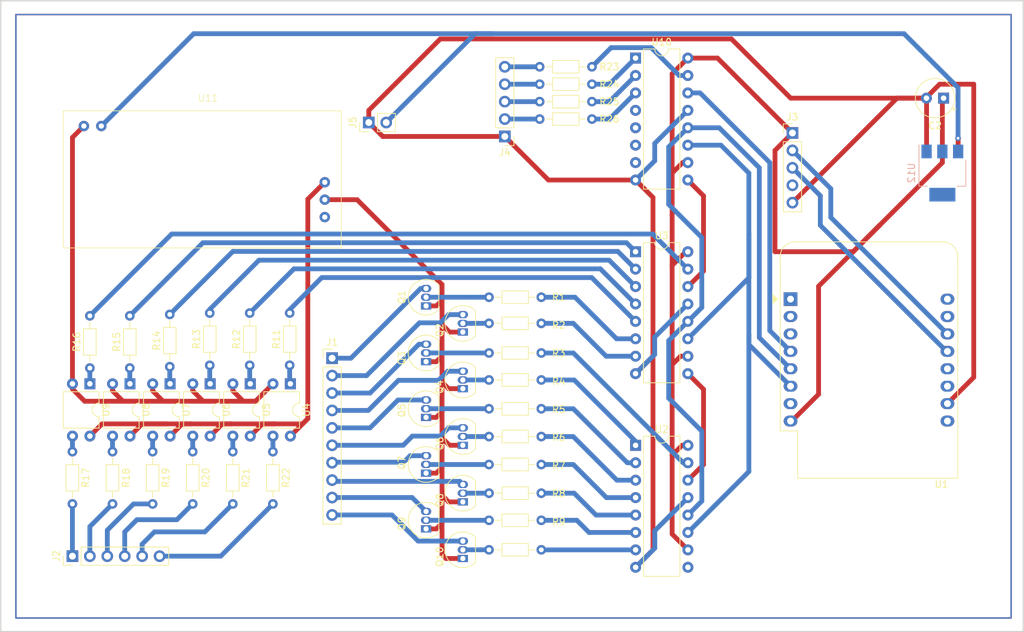
<source format=kicad_pcb>
(kicad_pcb (version 20221018) (generator pcbnew)
  (layers (0 "F.Cu" signal) (31 "B.Cu" signal) (34 "B.Paste" user) (35 "F.Paste" user) (36 "B.SilkS" user "B.Silkscreen") (37 "F.SilkS" user "F.Silkscreen") (38 "B.Mask" user) (39 "F.Mask" user) (44 "Edge.Cuts" user))
  (net 0 "")
  (net 1 "CAT_0")
  (net 2 "CAT_1")
  (net 3 "CAT_2")
  (net 4 "CAT_3")
  (net 5 "CAT_4")
  (net 6 "CAT_5")
  (net 7 "CAT_6")
  (net 8 "CAT_7")
  (net 9 "CAT_8")
  (net 10 "CAT_9")
  (net 11 "AND_0")
  (net 12 "AND_1")
  (net 13 "AND_2")
  (net 14 "AND_3")
  (net 15 "AND_4")
  (net 16 "AND_5")
  (net 17 "GND_CAT")
  (net 18 "CATHODE_0")
  (net 19 "CATHODE_1")
  (net 20 "CATHODE_2")
  (net 21 "CATHODE_3")
  (net 22 "CATHODE_4")
  (net 23 "CATHODE_5")
  (net 24 "CATHODE_6")
  (net 25 "CATHODE_7")
  (net 26 "CATHODE_8")
  (net 27 "CATHODE_9")
  (net 28 "GND")
  (net 29 "ANODE_5")
  (net 30 "ANODE_4")
  (net 31 "ANODE_3")
  (net 32 "ANODE_2")
  (net 33 "ANODE_1")
  (net 34 "ANODE_0")
  (net 35 "HV_ANODE")
  (net 38 "CLOCK")
  (net 39 "Net-(J2-Pin_1)")
  (net 40 "Net-(J2-Pin_2)")
  (net 41 "Net-(J2-Pin_3)")
  (net 43 "Net-(J2-Pin_4)")
  (net 44 "VCC")
  (net 47 "SDA")
  (net 48 "DATA")
  (net 51 "U2_DATA_OUT")
  (net 52 "Net-(J4-Pin_2)")
  (net 53 "Net-(J2-Pin_5)")
  (net 54 "U3_DATA_OUT")
  (net 55 "Net-(J4-Pin_3)")
  (net 56 "Net-(J2-Pin_6)")
  (net 57 "COLON_1")
  (net 58 "COLON_2")
  (net 59 "COLON_4")
  (net 60 "UNIO_0")
  (net 61 "UNIO_1")
  (net 62 "UNIO_2")
  (net 63 "UNIO_3")
  (net 64 "Net-(Q1-B)")
  (net 65 "Net-(Q2-B)")
  (net 66 "Net-(Q3-B)")
  (net 67 "COLON_0")
  (net 68 "Net-(Q4-B)")
  (net 69 "Net-(Q5-B)")
  (net 70 "Net-(Q6-B)")
  (net 71 "Net-(Q7-B)")
  (net 72 "Net-(Q8-B)")
  (net 73 "Net-(Q9-B)")
  (net 74 "Net-(Q10-B)")
  (net 75 "Net-(R11-Pad1)")
  (net 76 "Net-(R12-Pad1)")
  (net 77 "Net-(R13-Pad1)")
  (net 78 "Net-(R14-Pad1)")
  (net 79 "Net-(R15-Pad1)")
  (net 80 "Net-(R16-Pad1)")
  (net 82 "LATCH")
  (net 83 "3V3")
  (net 85 "SCL")
  (net 87 "Net-(J4-Pin_4)")
  (net 90 "Net-(J4-Pin_5)")
  (footprint "Resistor_THT:R_Axial_DIN0204_L3.6mm_D1.6mm_P7.62mm_Horizontal" (layer "F.Cu") (at 169.15 111.07)
    (fp_text reference "R10" hide)
    (fp_text value "10K")
  )
  (footprint "Package_TO_SOT_THT:TO-92_Inline" (layer "F.Cu") (at 159.980356 91.766 90)
    (fp_text reference "Q5")
    (fp_text value "MPSA42")
  )
  (footprint "Package_TO_SOT_THT:TO-92_Inline" (layer "F.Cu") (at 159.980356 108.022 90)
    (fp_text reference "Q9")
    (fp_text value "MPSA42")
  )
  (footprint "Connector_PinHeader_2.54mm:PinHeader_1x02_P2.54mm_Vertical" (layer "F.Cu") (at 151.633 48.768 90)
    (fp_text reference "J5")
    (fp_text value "Conn_01x02")
  )
  (footprint "Package_DIP:DIP-4_W7.62mm" (layer "F.Cu") (at 110.998 86.868 -90)
    (fp_text reference "U9")
    (fp_text value "TLP627")
  )
  (footprint "Resistor_THT:R_Axial_DIN0204_L3.6mm_D1.6mm_P7.62mm_Horizontal" (layer "F.Cu") (at 169.15 74.24)
    (fp_text reference "R1")
    (fp_text value "10K")
  )
  (footprint "Package_TO_SOT_THT:TO-92_Inline" (layer "F.Cu") (at 159.980356 83.638 90)
    (fp_text reference "Q3")
    (fp_text value "MPSA42")
  )
  (footprint "Resistor_THT:R_Axial_DIN0204_L3.6mm_D1.6mm_P7.62mm_Horizontal" (layer "F.Cu") (at 131.821 96.764 -90)
    (fp_text reference "R21")
    (fp_text value "R")
  )
  (footprint "Capacitor_THT:CP_Radial_Tantal_D5.5mm_P2.50mm" (layer "F.Cu") (at 235.384369 45.212 180)
    (fp_text reference "C2")
    (fp_text value "C_Polarized")
  )
  (footprint "Resistor_THT:R_Axial_DIN0204_L3.6mm_D1.6mm_P7.62mm_Horizontal" (layer "F.Cu") (at 137.663 96.764 -90)
    (fp_text reference "R22")
    (fp_text value "R")
  )
  (footprint "Package_TO_SOT_THT:TO-92_Inline" (layer "F.Cu") (at 159.980356 99.894 90)
    (fp_text reference "Q7")
    (fp_text value "MPSA42")
  )
  (footprint "Module:WEMOS_D1_mini_light" (layer "F.Cu") (at 213.083 74.515)
    (fp_text reference "U1")
    (fp_text value "WeMos_D1_mini")
  )
  (footprint "Resistor_THT:R_Axial_DIN0204_L3.6mm_D1.6mm_P7.62mm_Horizontal" (layer "F.Cu") (at 169.15 90.504894)
    (fp_text reference "R5")
    (fp_text value "10K")
  )
  (footprint "Resistor_THT:R_Axial_DIN0204_L3.6mm_D1.6mm_P7.62mm_Horizontal" (layer "F.Cu") (at 169.15 106.769789)
    (fp_text reference "R9")
    (fp_text value "10K")
  )
  (footprint "Package_TO_SOT_THT:TO-92_Inline" (layer "F.Cu") (at 165.34 87.575 90)
    (fp_text reference "Q4")
    (fp_text value "MPSA42")
  )
  (footprint "Package_TO_SOT_THT:TO-92_Inline" (layer "F.Cu") (at 165.34 112.34 90)
    (fp_text reference "Q10")
    (fp_text value "MPSA42")
  )
  (footprint "Resistor_THT:R_Axial_DIN0204_L3.6mm_D1.6mm_P7.62mm_Horizontal" (layer "F.Cu") (at 125.979 96.764 -90)
    (fp_text reference "R20")
    (fp_text value "R")
  )
  (footprint "Package_TO_SOT_THT:TO-92_Inline" (layer "F.Cu") (at 165.34 79.32 90)
    (fp_text reference "Q2")
    (fp_text value "MPSA42")
  )
  (footprint "Package_DIP:DIP-4_W7.62mm" (layer "F.Cu") (at 134.366 86.868 -90)
    (fp_text reference "U5")
    (fp_text value "TLP627")
  )
  (footprint "Package_DIP:DIP-4_W7.62mm" (layer "F.Cu") (at 128.524 86.868 -90)
    (fp_text reference "U6")
    (fp_text value "TLP627")
  )
  (footprint "Resistor_THT:R_Axial_DIN0204_L3.6mm_D1.6mm_P7.62mm_Horizontal" (layer "F.Cu") (at 169.15 82.372447)
    (fp_text reference "R3")
    (fp_text value "10K")
  )
  (footprint "Resistor_THT:R_Axial_DIN0204_L3.6mm_D1.6mm_P7.62mm_Horizontal" (layer "F.Cu") (at 184.15 43.18 180)
    (fp_text reference "R24")
    (fp_text value "R")
  )
  (footprint "Connector_PinHeader_2.54mm:PinHeader_1x05_P2.54mm_Vertical" (layer "F.Cu") (at 171.45 50.8 180)
    (fp_text reference "J4")
    (fp_text value "Conn_01x05")
  )
  (footprint "Connector_PinHeader_2.54mm:PinHeader_1x10_P2.54mm_Vertical" (layer "F.Cu") (at 146.29 83.13)
    (fp_text reference "J1")
    (fp_text value "Nixie_CATHODES")
  )
  (footprint "Resistor_THT:R_Axial_DIN0204_L3.6mm_D1.6mm_P7.62mm_Horizontal" (layer "F.Cu") (at 116.812 84.572 90)
    (fp_text reference "R15")
    (fp_text value "R")
  )
  (footprint "knihovna_digitrony:HV_Supply" (layer "F.Cu") (at 107.123 67.056)
    (fp_text reference "U11")
    (fp_text value "~")
  )
  (footprint "Package_DIP:DIP-4_W7.62mm" (layer "F.Cu") (at 140.208 86.868 -90)
    (fp_text reference "U4")
    (fp_text value "TLP627")
  )
  (footprint "Package_DIP:DIP-4_W7.62mm" (layer "F.Cu") (at 122.682 86.868 -90)
    (fp_text reference "U7")
    (fp_text value "TLP627")
  )
  (footprint "Resistor_THT:R_Axial_DIN0204_L3.6mm_D1.6mm_P7.62mm_Horizontal" (layer "F.Cu") (at 128.46 84.172 90)
    (fp_text reference "R13")
    (fp_text value "R")
  )
  (footprint "Resistor_THT:R_Axial_DIN0204_L3.6mm_D1.6mm_P7.62mm_Horizontal" (layer "F.Cu") (at 110.993 84.572 90)
    (fp_text reference "R16")
    (fp_text value "R")
  )
  (footprint "Resistor_THT:R_Axial_DIN0204_L3.6mm_D1.6mm_P7.62mm_Horizontal" (layer "F.Cu") (at 169.15 102.815)
    (fp_text reference "R8")
    (fp_text value "10K")
  )
  (footprint "Resistor_THT:R_Axial_DIN0204_L3.6mm_D1.6mm_P7.62mm_Horizontal" (layer "F.Cu") (at 114.295 96.764 -90)
    (fp_text reference "R18")
    (fp_text value "R")
  )
  (footprint "Resistor_THT:R_Axial_DIN0204_L3.6mm_D1.6mm_P7.62mm_Horizontal" (layer "F.Cu") (at 184.15 48.26 180)
    (fp_text reference "R26")
    (fp_text value "R")
  )
  (footprint "Package_DIP:DIP-16_W7.62mm" (layer "F.Cu") (at 190.51 95.84)
    (fp_text reference "U2")
    (fp_text value "74HC595")
  )
  (footprint "Resistor_THT:R_Axial_DIN0204_L3.6mm_D1.6mm_P7.62mm_Horizontal" (layer "F.Cu") (at 169.15 94.56)
    (fp_text reference "R6")
    (fp_text value "10K")
  )
  (footprint "Resistor_THT:R_Axial_DIN0204_L3.6mm_D1.6mm_P7.62mm_Horizontal" (layer "F.Cu") (at 108.453 96.764 -90)
    (fp_text reference "R17")
    (fp_text value "R")
  )
  (footprint "Package_TO_SOT_THT:TO-92_Inline" (layer "F.Cu") (at 165.34 95.83 90)
    (fp_text reference "Q6")
    (fp_text value "MPSA42")
  )
  (footprint "Resistor_THT:R_Axial_DIN0204_L3.6mm_D1.6mm_P7.62mm_Horizontal" (layer "F.Cu") (at 184.15 45.72 180)
    (fp_text reference "R25")
    (fp_text value "R")
  )
  (footprint "Resistor_THT:R_Axial_DIN0204_L3.6mm_D1.6mm_P7.62mm_Horizontal" (layer "F.Cu") (at 169.15 78.05)
    (fp_text reference "R2")
    (fp_text value "10K")
  )
  (footprint "Package_TO_SOT_THT:TO-92_Inline" (layer "F.Cu") (at 165.34 104.085 90)
    (fp_text reference "Q8")
    (fp_text value "MPSA42")
  )
  (footprint "Package_DIP:DIP-16_W7.62mm" (layer "F.Cu") (at 190.5 67.605)
    (fp_text reference "U3")
    (fp_text value "74HC595")
  )
  (footprint "Resistor_THT:R_Axial_DIN0204_L3.6mm_D1.6mm_P7.62mm_Horizontal" (layer "F.Cu") (at 122.636 84.372 90)
    (fp_text reference "R14")
    (fp_text value "R")
  )
  (footprint "Resistor_THT:R_Axial_DIN0204_L3.6mm_D1.6mm_P7.62mm_Horizontal" (layer "F.Cu") (at 140.108 84.162 90)
    (fp_text reference "R11")
    (fp_text value "R")
  )
  (footprint "Connector_PinHeader_2.54mm:PinHeader_1x06_P2.54mm_Vertical" (layer "F.Cu") (at 108.453 112 90)
    (fp_text reference "J2")
    (fp_text value "Nixie_ANODES")
  )
  (footprint "Package_DIP:DIP-4_W7.62mm" (layer "F.Cu") (at 116.84 86.868 -90)
    (fp_text reference "U8")
    (fp_text value "TLP627")
  )
  (footprint "Resistor_THT:R_Axial_DIN0204_L3.6mm_D1.6mm_P7.62mm_Horizontal" (layer "F.Cu") (at 184.15 40.64 180)
    (fp_text reference "R23")
    (fp_text value "R")
  )
  (footprint "Resistor_THT:R_Axial_DIN0204_L3.6mm_D1.6mm_P7.62mm_Horizontal" (layer "F.Cu") (at 169.15 86.305)
    (fp_text reference "R4")
    (fp_text value "10K")
  )
  (footprint "Resistor_THT:R_Axial_DIN0204_L3.6mm_D1.6mm_P7.62mm_Horizontal" (layer "F.Cu") (at 134.284 84.172 90)
    (fp_text reference "R12")
    (fp_text value "R")
  )
  (footprint "Connector_PinHeader_2.54mm:PinHeader_1x05_P2.54mm_Vertical" (layer "F.Cu") (at 213.36 50.292)
    (fp_text reference "J3")
    (fp_text value "Conn_01x05")
  )
  (footprint "Resistor_THT:R_Axial_DIN0204_L3.6mm_D1.6mm_P7.62mm_Horizontal" (layer "F.Cu") (at 120.137 96.764 -90)
    (fp_text reference "R19")
    (fp_text value "R")
  )
  (footprint "Resistor_THT:R_Axial_DIN0204_L3.6mm_D1.6mm_P7.62mm_Horizontal" (layer "F.Cu") (at 169.15 98.637341)
    (fp_text reference "R7")
    (fp_text value "10K")
  )
  (footprint "Package_DIP:DIP-16_W7.62mm" (layer "F.Cu") (at 190.5 39.37)
    (fp_text reference "U10")
    (fp_text value "74HC595")
  )
  (footprint "Package_TO_SOT_THT:TO-92_Inline" (layer "F.Cu") (at 159.980356 75.51 90)
    (fp_text reference "Q1")
    (fp_text value "MPSA42")
  )
  (footprint "Package_TO_SOT_SMD:SOT-223-3_TabPin2" (layer "B.Cu") (at 235.204 56.134 -90)
    (fp_text reference "U12")
    (fp_text value "AMS1117-3.3")
  )
  (gr_rect (start 100.22 33.02) (end 245.22 121.02) (stroke (width 0.2)) (fill none) (layer "F.Cu"))
  (gr_rect (start 100.22 33.02) (end 245.22 121.02) (stroke (width 0.2)) (fill none) (layer "B.Cu"))
  (gr_rect (start 98 31) (end 247 123) (stroke (width 0.2)) (fill none) (layer "Edge.Cuts"))
  (segment (start 159.186 72.97) (end 149.026 83.13) (width 0.7) (layer "B.Cu") (net 1))
  (segment (start 159.980356 72.97) (end 159.186 72.97) (width 0.7) (layer "B.Cu") (net 1))
  (segment (start 149.026 83.13) (end 146.29 83.13) (width 0.7) (layer "B.Cu") (net 1))
  (segment (start 159.004 77.978) (end 151.312 85.67) (width 0.7) (layer "B.Cu") (net 2))
  (segment (start 163.25 76.78) (end 162.052 77.978) (width 0.7) (layer "B.Cu") (net 2))
  (segment (start 165.34 76.78) (end 163.25 76.78) (width 0.7) (layer "B.Cu") (net 2))
  (segment (start 162.052 77.978) (end 159.004 77.978) (width 0.7) (layer "B.Cu") (net 2))
  (segment (start 151.312 85.67) (end 146.29 85.67) (width 0.7) (layer "B.Cu") (net 2))
  (segment (start 159.980356 81.098) (end 158.932 81.098) (width 0.7) (layer "B.Cu") (net 3))
  (segment (start 151.82 88.21) (end 146.29 88.21) (width 0.7) (layer "B.Cu") (net 3))
  (segment (start 158.932 81.098) (end 151.82 88.21) (width 0.7) (layer "B.Cu") (net 3))
  (segment (start 155.956 86.36) (end 151.566 90.75) (width 0.7) (layer "B.Cu") (net 4))
  (segment (start 165.34 85.035) (end 163.123 85.035) (width 0.7) (layer "B.Cu") (net 4))
  (segment (start 163.123 85.035) (end 161.798 86.36) (width 0.7) (layer "B.Cu") (net 4))
  (segment (start 161.798 86.36) (end 155.956 86.36) (width 0.7) (layer "B.Cu") (net 4))
  (segment (start 151.566 90.75) (end 146.29 90.75) (width 0.7) (layer "B.Cu") (net 4))
  (segment (start 151.82 93.29) (end 146.29 93.29) (width 0.7) (layer "B.Cu") (net 5))
  (segment (start 159.980356 89.226) (end 155.884 89.226) (width 0.7) (layer "B.Cu") (net 5))
  (segment (start 155.884 89.226) (end 151.82 93.29) (width 0.7) (layer "B.Cu") (net 5))
  (segment (start 165.34 93.29) (end 163.25 93.29) (width 0.7) (layer "B.Cu") (net 6))
  (segment (start 163.25 93.29) (end 162.052 94.488) (width 0.7) (layer "B.Cu") (net 6))
  (segment (start 157.988 94.488) (end 156.646 95.83) (width 0.7) (layer "B.Cu") (net 6))
  (segment (start 156.646 95.83) (end 146.29 95.83) (width 0.7) (layer "B.Cu") (net 6))
  (segment (start 162.052 94.488) (end 157.988 94.488) (width 0.7) (layer "B.Cu") (net 6))
  (segment (start 146.362 98.298) (end 146.29 98.37) (width 0.7) (layer "B.Cu") (net 7))
  (segment (start 156.718 98.298) (end 146.362 98.298) (width 0.7) (layer "B.Cu") (net 7))
  (segment (start 159.980356 97.354) (end 157.662 97.354) (width 0.7) (layer "B.Cu") (net 7))
  (segment (start 157.662 97.354) (end 156.718 98.298) (width 0.7) (layer "B.Cu") (net 7))
  (segment (start 164.887 101.092) (end 165.34 101.545) (width 0.7) (layer "B.Cu") (net 8))
  (segment (start 146.29 100.91) (end 146.472 101.092) (width 0.7) (layer "B.Cu") (net 8))
  (segment (start 146.472 101.092) (end 164.887 101.092) (width 0.7) (layer "B.Cu") (net 8))
  (segment (start 146.29 103.45) (end 157.948356 103.45) (width 0.7) (layer "B.Cu") (net 9))
  (segment (start 157.948356 103.45) (end 159.980356 105.482) (width 0.7) (layer "B.Cu") (net 9))
  (segment (start 146.29 105.99) (end 155.012 105.99) (width 0.7) (layer "B.Cu") (net 10))
  (segment (start 155.012 105.99) (end 158.822 109.8) (width 0.7) (layer "B.Cu") (net 10))
  (segment (start 158.822 109.8) (end 165.34 109.8) (width 0.7) (layer "B.Cu") (net 10))
  (segment (start 108.458 94.488) (end 108.458 96.759) (width 0.7) (layer "B.Cu") (net 11))
  (segment (start 108.458 96.759) (end 108.453 96.764) (width 0.7) (layer "B.Cu") (net 11))
  (segment (start 114.295 96.764) (end 114.295 94.493) (width 0.7) (layer "B.Cu") (net 12))
  (segment (start 114.295 94.493) (end 114.3 94.488) (width 0.7) (layer "B.Cu") (net 12))
  (segment (start 120.137 94.493) (end 120.142 94.488) (width 0.7) (layer "B.Cu") (net 13))
  (segment (start 120.137 96.764) (end 120.137 94.493) (width 0.7) (layer "B.Cu") (net 13))
  (segment (start 125.979 94.493) (end 125.984 94.488) (width 0.7) (layer "B.Cu") (net 14))
  (segment (start 125.979 96.764) (end 125.979 94.493) (width 0.7) (layer "B.Cu") (net 14))
  (segment (start 131.826 94.488) (end 131.821 94.493) (width 0.7) (layer "B.Cu") (net 15))
  (segment (start 131.821 94.493) (end 131.821 96.764) (width 0.7) (layer "B.Cu") (net 15))
  (segment (start 137.663 96.764) (end 137.663 94.493) (width 0.7) (layer "B.Cu") (net 16))
  (segment (start 137.663 94.493) (end 137.668 94.488) (width 0.7) (layer "B.Cu") (net 16))
  (segment (start 162.886 112.34) (end 165.34 112.34) (width 0.7) (layer "F.Cu") (net 17))
  (segment (start 162.306 72.39) (end 162.306 74.676) (width 0.7) (layer "F.Cu") (net 17))
  (segment (start 161.472 108.022) (end 162.306 107.188) (width 0.7) (layer "F.Cu") (net 17))
  (segment (start 165.34 87.575) (end 163.267 87.575) (width 0.7) (layer "F.Cu") (net 17))
  (segment (start 163.267 87.575) (end 162.306 86.614) (width 0.7) (layer "F.Cu") (net 17))
  (segment (start 162.306 99.06) (end 162.306 103.124) (width 0.7) (layer "F.Cu") (net 17))
  (segment (start 162.56 112.014) (end 162.886 112.34) (width 0.7) (layer "F.Cu") (net 17))
  (segment (start 161.472 75.51) (end 162.306 74.676) (width 0.7) (layer "F.Cu") (net 17))
  (segment (start 159.980356 75.51) (end 161.472 75.51) (width 0.7) (layer "F.Cu") (net 17))
  (segment (start 165.34 104.085) (end 163.267 104.085) (width 0.7) (layer "F.Cu") (net 17))
  (segment (start 161.472 91.766) (end 162.306 90.932) (width 0.7) (layer "F.Cu") (net 17))
  (segment (start 159.980356 108.022) (end 161.472 108.022) (width 0.7) (layer "F.Cu") (net 17))
  (segment (start 162.306 90.932) (end 162.306 94.742) (width 0.7) (layer "F.Cu") (net 17))
  (segment (start 163.394 95.83) (end 162.306 94.742) (width 0.7) (layer "F.Cu") (net 17))
  (segment (start 162.306 78.232) (end 162.306 82.804) (width 0.7) (layer "F.Cu") (net 17))
  (segment (start 165.34 95.83) (end 163.394 95.83) (width 0.7) (layer "F.Cu") (net 17))
  (segment (start 162.306 94.742) (end 162.306 99.06) (width 0.7) (layer "F.Cu") (net 17))
  (segment (start 149.932 60.016) (end 162.306 72.39) (width 0.7) (layer "F.Cu") (net 17))
  (segment (start 165.34 79.32) (end 163.394 79.32) (width 0.7) (layer "F.Cu") (net 17))
  (segment (start 162.306 111.76) (end 162.56 112.014) (width 0.7) (layer "F.Cu") (net 17))
  (segment (start 159.980356 91.766) (end 161.472 91.766) (width 0.7) (layer "F.Cu") (net 17))
  (segment (start 162.306 74.676) (end 162.306 78.232) (width 0.7) (layer "F.Cu") (net 17))
  (segment (start 145.223 60.016) (end 149.932 60.016) (width 0.7) (layer "F.Cu") (net 17))
  (segment (start 161.472 99.894) (end 162.306 99.06) (width 0.7) (layer "F.Cu") (net 17))
  (segment (start 162.306 103.124) (end 162.306 107.188) (width 0.7) (layer "F.Cu") (net 17))
  (segment (start 162.306 107.188) (end 162.306 111.76) (width 0.7) (layer "F.Cu") (net 17))
  (segment (start 162.306 82.804) (end 162.306 86.614) (width 0.7) (layer "F.Cu") (net 17))
  (segment (start 159.980356 99.894) (end 161.472 99.894) (width 0.7) (layer "F.Cu") (net 17))
  (segment (start 159.980356 83.638) (end 161.472 83.638) (width 0.7) (layer "F.Cu") (net 17))
  (segment (start 161.472 83.638) (end 162.306 82.804) (width 0.7) (layer "F.Cu") (net 17))
  (segment (start 162.306 86.614) (end 162.306 90.932) (width 0.7) (layer "F.Cu") (net 17))
  (segment (start 163.394 79.32) (end 162.306 78.232) (width 0.7) (layer "F.Cu") (net 17))
  (segment (start 163.267 104.085) (end 162.306 103.124) (width 0.7) (layer "F.Cu") (net 17))
  (segment (start 190.5 80.305) (end 187.747 80.305) (width 0.7) (layer "B.Cu") (net 18))
  (segment (start 187.747 80.305) (end 181.682 74.24) (width 0.7) (layer "B.Cu") (net 18))
  (segment (start 181.682 74.24) (end 176.77 74.24) (width 0.7) (layer "B.Cu") (net 18))
  (segment (start 181.428 78.05) (end 176.77 78.05) (width 0.7) (layer "B.Cu") (net 19))
  (segment (start 190.5 82.845) (end 186.223 82.845) (width 0.7) (layer "B.Cu") (net 19))
  (segment (start 186.223 82.845) (end 181.428 78.05) (width 0.7) (layer "B.Cu") (net 19))
  (segment (start 197.44 98.38) (end 181.432447 82.372447) (width 0.7) (layer "B.Cu") (net 20))
  (segment (start 181.432447 82.372447) (end 176.77 82.372447) (width 0.7) (layer "B.Cu") (net 20))
  (segment (start 198.13 98.38) (end 197.44 98.38) (width 0.7) (layer "B.Cu") (net 20))
  (segment (start 181.555 86.305) (end 176.77 86.305) (width 0.7) (layer "B.Cu") (net 21))
  (segment (start 190.51 95.84) (end 190.51 95.26) (width 0.7) (layer "B.Cu") (net 21))
  (segment (start 190.51 95.26) (end 181.555 86.305) (width 0.7) (layer "B.Cu") (net 21))
  (segment (start 190.51 98.38) (end 189.312 98.38) (width 0.7) (layer "B.Cu") (net 22))
  (segment (start 189.312 98.38) (end 181.436894 90.504894) (width 0.7) (layer "B.Cu") (net 22))
  (segment (start 181.436894 90.504894) (end 176.77 90.504894) (width 0.7) (layer "B.Cu") (net 22))
  (segment (start 181.428 94.56) (end 176.77 94.56) (width 0.7) (layer "B.Cu") (net 23))
  (segment (start 190.51 100.92) (end 187.788 100.92) (width 0.7) (layer "B.Cu") (net 23))
  (segment (start 187.788 100.92) (end 181.428 94.56) (width 0.7) (layer "B.Cu") (net 23))
  (segment (start 190.51 103.46) (end 186.264 103.46) (width 0.7) (layer "B.Cu") (net 24))
  (segment (start 186.264 103.46) (end 181.441341 98.637341) (width 0.7) (layer "B.Cu") (net 24))
  (segment (start 181.441341 98.637341) (end 176.77 98.637341) (width 0.7) (layer "B.Cu") (net 24))
  (segment (start 184.74 106) (end 181.555 102.815) (width 0.7) (layer "B.Cu") (net 25))
  (segment (start 190.51 106) (end 184.74 106) (width 0.7) (layer "B.Cu") (net 25))
  (segment (start 181.555 102.815) (end 176.77 102.815) (width 0.7) (layer "B.Cu") (net 25))
  (segment (start 183.724 108.54) (end 181.953789 106.769789) (width 0.7) (layer "B.Cu") (net 26))
  (segment (start 181.953789 106.769789) (end 176.77 106.769789) (width 0.7) (layer "B.Cu") (net 26))
  (segment (start 190.51 108.54) (end 183.724 108.54) (width 0.7) (layer "B.Cu") (net 26))
  (segment (start 190.51 111.08) (end 176.78 111.08) (width 0.7) (layer "B.Cu") (net 27))
  (segment (start 176.78 111.08) (end 176.77 111.07) (width 0.7) (layer "B.Cu") (net 27))
  (segment (start 108.458 87.63) (end 108.458 86.868) (width 0.7) (layer "F.Cu") (net 28))
  (segment (start 239.776 43.18) (end 234.806184 43.18) (width 0.7) (layer "F.Cu") (net 28))
  (segment (start 120.142 86.868) (end 120.142 87.884) (width 0.7) (layer "F.Cu") (net 28))
  (segment (start 162.052 36.576) (end 151.633 46.995) (width 0.7) (layer "F.Cu") (net 28))
  (segment (start 204.47 36.576) (end 162.052 36.576) (width 0.7) (layer "F.Cu") (net 28))
  (segment (start 193.04 82.845) (end 193.04 79.756) (width 0.7) (layer "F.Cu") (net 28))
  (segment (start 190.5 85.385) (end 193.04 82.845) (width 0.7) (layer "F.Cu") (net 28))
  (segment (start 108.458 50.941) (end 110.123 49.276) (width 0.7) (layer "F.Cu") (net 28))
  (segment (start 190.5 57.15) (end 193.04 59.69) (width 0.7) (layer "F.Cu") (net 28))
  (segment (start 153.665 50.8) (end 171.45 50.8) (width 0.7) (layer "F.Cu") (net 28))
  (segment (start 115.824 89.408) (end 117.856 89.408) (width 0.7) (layer "F.Cu") (net 28))
  (segment (start 232.904 52.984) (end 232.904 45.231631) (width 0.7) (layer "F.Cu") (net 28))
  (segment (start 127.508 89.408) (end 128.778 89.408) (width 0.7) (layer "F.Cu") (net 28))
  (segment (start 133.35 89.408) (end 135.128 89.408) (width 0.7) (layer "F.Cu") (net 28))
  (segment (start 171.45 50.8) (end 177.8 57.15) (width 0.7) (layer "F.Cu") (net 28))
  (segment (start 120.142 87.884) (end 121.666 89.408) (width 0.7) (layer "F.Cu") (net 28))
  (segment (start 239.776 85.922) (end 239.776 43.18) (width 0.7) (layer "F.Cu") (net 28))
  (segment (start 108.458 86.868) (end 108.458 50.941) (width 0.7) (layer "F.Cu") (net 28))
  (segment (start 213.36 60.452) (end 228.6 45.212) (width 0.7) (layer "F.Cu") (net 28))
  (segment (start 123.698 89.408) (end 117.856 89.408) (width 0.7) (layer "F.Cu") (net 28))
  (segment (start 232.884369 45.212) (end 213.106 45.212) (width 0.7) (layer "F.Cu") (net 28))
  (segment (start 117.856 89.408) (end 110.236 89.408) (width 0.7) (layer "F.Cu") (net 28))
  (segment (start 131.826 86.868) (end 131.826 87.884) (width 0.7) (layer "F.Cu") (net 28))
  (segment (start 234.806184 43.18) (end 232.884369 45.101815) (width 0.7) (layer "F.Cu") (net 28))
  (segment (start 114.3 87.884) (end 115.824 89.408) (width 0.7) (layer "F.Cu") (net 28))
  (segment (start 235.943 89.755) (end 239.776 85.922) (width 0.7) (layer "F.Cu") (net 28))
  (segment (start 110.236 89.408) (end 108.458 87.63) (width 0.7) (layer "F.Cu") (net 28))
  (segment (start 135.128 89.408) (end 128.778 89.408) (width 0.7) (layer "F.Cu") (net 28))
  (segment (start 131.826 87.884) (end 133.35 89.408) (width 0.7) (layer "F.Cu") (net 28))
  (segment (start 193.04 59.69) (end 193.04 79.756) (width 0.7) (layer "F.Cu") (net 28))
  (segment (start 125.984 87.884) (end 127.508 89.408) (width 0.7) (layer "F.Cu") (net 28))
  (segment (start 128.778 89.408) (end 123.698 89.408) (width 0.7) (layer "F.Cu") (net 28))
  (segment (start 232.884369 45.101815) (end 232.884369 45.212) (width 0.7) (layer "F.Cu") (net 28))
  (segment (start 151.633 46.995) (end 151.633 48.768) (width 0.7) (layer "F.Cu") (net 28))
  (segment (start 121.666 89.408) (end 123.698 89.408) (width 0.7) (layer "F.Cu") (net 28))
  (segment (start 114.3 86.868) (end 114.3 87.884) (width 0.7) (layer "F.Cu") (net 28))
  (segment (start 177.8 57.15) (end 190.5 57.15) (width 0.7) (layer "F.Cu") (net 28))
  (segment (start 213.106 45.212) (end 204.47 36.576) (width 0.7) (layer "F.Cu") (net 28))
  (segment (start 125.984 86.868) (end 125.984 87.884) (width 0.7) (layer "F.Cu") (net 28))
  (segment (start 151.633 48.768) (end 153.665 50.8) (width 0.7) (layer "F.Cu") (net 28))
  (segment (start 190.51 113.62) (end 193.04 111.09) (width 0.7) (layer "F.Cu") (net 28))
  (segment (start 193.04 111.09) (end 193.04 79.756) (width 0.7) (layer "F.Cu") (net 28))
  (segment (start 137.668 86.868) (end 135.128 89.408) (width 0.7) (layer "F.Cu") (net 28))
  (segment (start 232.904 45.231631) (end 232.884369 45.212) (width 0.7) (layer "F.Cu") (net 28))
  (segment (start 228.6 45.212) (end 232.884369 45.212) (width 0.7) (layer "F.Cu") (net 28))
  (segment (start 190.4947 85.391265) (end 193.2887 82.597265) (width 0.7) (layer "B.Cu") (net 28))
  (segment (start 198.114425 75.230575) (end 198.12 75.225) (width 0.7) (layer "B.Cu") (net 28))
  (segment (start 193.294 54.356) (end 193.294 51.816) (width 0.7) (layer "B.Cu") (net 28))
  (segment (start 190.5 57.15) (end 193.294 54.356) (width 0.7) (layer "B.Cu") (net 28))
  (segment (start 193.304761 110.834199) (end 193.304761 108.294199) (width 0.7) (layer "B.Cu") (net 28))
  (segment (start 190.510761 113.628199) (end 193.304761 110.834199) (width 0.7) (layer "B.Cu") (net 28))
  (segment (start 193.2887 82.597265) (end 193.2887 80.057265) (width 0.7) (layer "B.Cu") (net 28))
  (segment (start 198.129199 103.460801) (end 198.13 103.46) (width 0.7) (layer "B.Cu") (net 28))
  (segment (start 193.294 51.816) (end 198.12 46.99) (width 0.7) (layer "B.Cu") (net 28))
  (segment (start 137.823 86.843) (end 137.798 86.868) (width 0.25) (layer "B.Cu") (net 28))
  (segment (start 193.304761 108.294199) (end 198.130761 103.468199) (width 0.7) (layer "B.Cu") (net 28))
  (segment (start 193.2887 80.057265) (end 198.1147 75.231265) (width 0.7) (layer "B.Cu") (net 28))
  (segment (start 140.108 76.046) (end 140.108 76.542) (width 0.7) (layer "B.Cu") (net 29))
  (segment (start 184.109 71.374) (end 144.78 71.374) (width 0.7) (layer "B.Cu") (net 29))
  (segment (start 144.78 71.374) (end 140.108 76.046) (width 0.7) (layer "B.Cu") (net 29))
  (segment (start 190.5 77.765) (end 184.109 71.374) (width 0.7) (layer "B.Cu") (net 29))
  (segment (start 185.379 70.104) (end 140.732 70.104) (width 0.7) (layer "B.Cu") (net 30))
  (segment (start 190.5 75.225) (end 185.379 70.104) (width 0.7) (layer "B.Cu") (net 30))
  (segment (start 140.732 70.104) (end 134.284 76.552) (width 0.7) (layer "B.Cu") (net 30))
  (segment (start 190.5 72.685) (end 186.649 68.834) (width 0.7) (layer "B.Cu") (net 31))
  (segment (start 128.46 76.01) (end 128.46 76.552) (width 0.7) (layer "B.Cu") (net 31))
  (segment (start 135.636 68.834) (end 128.46 76.01) (width 0.7) (layer "B.Cu") (net 31))
  (segment (start 186.649 68.834) (end 135.636 68.834) (width 0.7) (layer "B.Cu") (net 31))
  (segment (start 190.5 70.145) (end 187.919 67.564) (width 0.7) (layer "B.Cu") (net 32))
  (segment (start 131.824 67.564) (end 122.636 76.752) (width 0.7) (layer "B.Cu") (net 32))
  (segment (start 187.919 67.564) (end 131.824 67.564) (width 0.7) (layer "B.Cu") (net 32))
  (segment (start 189.189 66.294) (end 127.47 66.294) (width 0.7) (layer "B.Cu") (net 33))
  (segment (start 127.47 66.294) (end 116.812 76.952) (width 0.7) (layer "B.Cu") (net 33))
  (segment (start 190.5 67.605) (end 189.189 66.294) (width 0.7) (layer "B.Cu") (net 33))
  (segment (start 198.12 70.145) (end 192.999 65.024) (width 0.7) (layer "B.Cu") (net 34))
  (segment (start 192.999 65.024) (end 122.921 65.024) (width 0.7) (layer "B.Cu") (net 34))
  (segment (start 122.921 65.024) (end 110.993 76.952) (width 0.7) (layer "B.Cu") (net 34))
  (segment (start 110.998 94.488) (end 112.776 92.71) (width 0.7) (layer "F.Cu") (net 35))
  (segment (start 141.986 92.71) (end 137.922 92.71) (width 0.7) (layer "F.Cu") (net 35))
  (segment (start 118.618 92.71) (end 122.174 92.71) (width 0.7) (layer "F.Cu") (net 35))
  (segment (start 124.46 92.71) (end 125.73 92.71) (width 0.7) (layer "F.Cu") (net 35))
  (segment (start 112.776 92.71) (end 122.174 92.71) (width 0.7) (layer "F.Cu") (net 35))
  (segment (start 122.682 94.488) (end 124.46 92.71) (width 0.7) (layer "F.Cu") (net 35))
  (segment (start 130.302 92.71) (end 131.572 92.71) (width 0.7) (layer "F.Cu") (net 35))
  (segment (start 145.223 57.476) (end 142.748 59.951) (width 0.7) (layer "F.Cu") (net 35))
  (segment (start 122.174 92.71) (end 125.73 92.71) (width 0.7) (layer "F.Cu") (net 35))
  (segment (start 131.572 92.71) (end 137.922 92.71) (width 0.7) (layer "F.Cu") (net 35))
  (segment (start 140.208 94.488) (end 142.748 91.948) (width 0.7) (layer "F.Cu") (net 35))
  (segment (start 142.748 59.951) (end 142.748 91.948) (width 0.7) (layer "F.Cu") (net 35))
  (segment (start 116.84 94.488) (end 118.618 92.71) (width 0.7) (layer "F.Cu") (net 35))
  (segment (start 125.73 92.71) (end 131.572 92.71) (width 0.7) (layer "F.Cu") (net 35))
  (segment (start 142.748 91.948) (end 141.986 92.71) (width 0.7) (layer "F.Cu") (net 35))
  (segment (start 134.366 94.488) (end 136.144 92.71) (width 0.7) (layer "F.Cu") (net 35))
  (segment (start 136.144 92.71) (end 137.922 92.71) (width 0.7) (layer "F.Cu") (net 35))
  (segment (start 128.524 94.488) (end 130.302 92.71) (width 0.7) (layer "F.Cu") (net 35))
  (segment (start 207.01 71.415) (end 207.01 65.024) (width 0.7) (layer "B.Cu") (net 38))
  (segment (start 202.946 52.07) (end 198.12 52.07) (width 0.7) (layer "B.Cu") (net 38))
  (segment (start 198.13 108.54) (end 207.01 99.66) (width 0.7) (layer "B.Cu") (net 38))
  (segment (start 207.01 79.756) (end 207.01 65.024) (width 0.7) (layer "B.Cu") (net 38))
  (segment (start 213.083 87.215) (end 207.01 81.142) (width 0.7) (layer "B.Cu") (net 38))
  (segment (start 207.01 81.142) (end 207.01 79.756) (width 0.7) (layer "B.Cu") (net 38))
  (segment (start 207.01 99.66) (end 207.01 79.756) (width 0.7) (layer "B.Cu") (net 38))
  (segment (start 198.12 80.305) (end 207.01 71.415) (width 0.7) (layer "B.Cu") (net 38))
  (segment (start 207.01 65.024) (end 207.01 56.134) (width 0.7) (layer "B.Cu") (net 38))
  (segment (start 207.01 56.134) (end 202.946 52.07) (width 0.7) (layer "B.Cu") (net 38))
  (segment (start 108.453 104.384) (end 108.453 112) (width 0.7) (layer "B.Cu") (net 39))
  (segment (start 114.295 104.384) (end 110.993 107.686) (width 0.7) (layer "B.Cu") (net 40))
  (segment (start 110.993 107.686) (end 110.993 112) (width 0.7) (layer "B.Cu") (net 40))
  (segment (start 113.538 111.995) (end 113.533 112) (width 0.7) (layer "B.Cu") (net 41))
  (segment (start 120.137 104.384) (end 117.358 104.384) (width 0.7) (layer "B.Cu") (net 41))
  (segment (start 113.538 108.204) (end 113.538 111.995) (width 0.7) (layer "B.Cu") (net 41))
  (segment (start 117.358 104.384) (end 113.538 108.204) (width 0.7) (layer "B.Cu") (net 41))
  (segment (start 125.979 104.384) (end 123.683 106.68) (width 0.7) (layer "B.Cu") (net 43))
  (segment (start 117.856 106.68) (end 116.073 108.463) (width 0.7) (layer "B.Cu") (net 43))
  (segment (start 116.073 108.463) (end 116.073 112) (width 0.7) (layer "B.Cu") (net 43))
  (segment (start 123.683 106.68) (end 117.856 106.68) (width 0.7) (layer "B.Cu") (net 43))
  (segment (start 237.504 51.068) (end 237.49 51.054) (width 0.7) (layer "F.Cu") (net 44))
  (segment (start 237.504 52.984) (end 237.504 51.068) (width 0.7) (layer "F.Cu") (net 44))
  (via blind (at 237.49 51.054) (size 0.8) (drill 0.4) (layers "F.Cu" "B.Cu") (net 44))
  (segment (start 166.619 36.322) (end 154.173 48.768) (width 0.7) (layer "B.Cu") (net 44))
  (segment (start 167.127 35.814) (end 166.619 36.322) (width 0.7) (layer "B.Cu") (net 44))
  (segment (start 169.672 35.814) (end 126.125 35.814) (width 0.7) (layer "B.Cu") (net 44))
  (segment (start 126.125 35.814) (end 112.663 49.276) (width 0.7) (layer "B.Cu") (net 44))
  (segment (start 237.49 43.688) (end 229.616 35.814) (width 0.7) (layer "B.Cu") (net 44))
  (segment (start 229.616 35.814) (end 167.127 35.814) (width 0.7) (layer "B.Cu") (net 44))
  (segment (start 237.49 51.054) (end 237.49 43.688) (width 0.7) (layer "B.Cu") (net 44))
  (segment (start 218.948 58.42) (end 213.36 52.832) (width 0.7) (layer "B.Cu") (net 47))
  (segment (start 218.948 62.6) (end 218.948 58.42) (width 0.7) (layer "B.Cu") (net 47))
  (segment (start 235.943 79.595) (end 218.948 62.6) (width 0.7) (layer "B.Cu") (net 47))
  (segment (start 210.058 54.61) (end 199.898 44.45) (width 0.7) (layer "B.Cu") (net 48))
  (segment (start 213.083 82.135) (end 210.058 79.11) (width 0.7) (layer "B.Cu") (net 48))
  (segment (start 199.898 44.45) (end 198.12 44.45) (width 0.7) (layer "B.Cu") (net 48))
  (segment (start 210.058 79.11) (end 210.058 54.61) (width 0.7) (layer "B.Cu") (net 48))
  (segment (start 200.402927 59.454278) (end 198.116927 57.168278) (width 0.7) (layer "F.Cu") (net 51))
  (segment (start 198.126927 72.703278) (end 200.402927 70.427278) (width 0.7) (layer "F.Cu") (net 51))
  (segment (start 200.402927 70.427278) (end 200.402927 59.454278) (width 0.7) (layer "F.Cu") (net 51))
  (segment (start 176.53 48.26) (end 171.45 48.26) (width 0.7) (layer "B.Cu") (net 52))
  (segment (start 118.613 110.241) (end 118.613 112) (width 0.7) (layer "B.Cu") (net 53))
  (segment (start 131.821 104.384) (end 127.747 108.458) (width 0.7) (layer "B.Cu") (net 53))
  (segment (start 120.396 108.458) (end 118.613 110.241) (width 0.7) (layer "B.Cu") (net 53))
  (segment (start 127.747 108.458) (end 120.396 108.458) (width 0.7) (layer "B.Cu") (net 53))
  (segment (start 198.13 100.92) (end 200.406 98.644) (width 0.7) (layer "F.Cu") (net 54))
  (segment (start 200.406 87.671) (end 198.12 85.385) (width 0.7) (layer "F.Cu") (net 54))
  (segment (start 200.406 98.644) (end 200.406 87.671) (width 0.7) (layer "F.Cu") (net 54))
  (segment (start 176.53 45.72) (end 171.45 45.72) (width 0.7) (layer "B.Cu") (net 55))
  (segment (start 130.062 112) (end 121.153 112) (width 0.7) (layer "B.Cu") (net 56))
  (segment (start 137.663 104.384) (end 137.663 104.399) (width 0.7) (layer "B.Cu") (net 56))
  (segment (start 137.663 104.399) (end 130.062 112) (width 0.7) (layer "B.Cu") (net 56))
  (segment (start 186.69 43.18) (end 190.5 39.37) (width 0.7) (layer "B.Cu") (net 57))
  (segment (start 184.15 43.18) (end 186.69 43.18) (width 0.7) (layer "B.Cu") (net 57))
  (segment (start 186.69 45.72) (end 190.5 41.91) (width 0.7) (layer "B.Cu") (net 58))
  (segment (start 184.15 45.72) (end 186.69 45.72) (width 0.7) (layer "B.Cu") (net 58))
  (segment (start 186.69 48.26) (end 190.5 44.45) (width 0.7) (layer "B.Cu") (net 59))
  (segment (start 184.15 48.26) (end 186.69 48.26) (width 0.7) (layer "B.Cu") (net 59))
  (segment (start 159.980356 74.24) (end 169.15 74.24) (width 0.7) (layer "B.Cu") (net 64))
  (segment (start 165.34 78.05) (end 169.15 78.05) (width 0.7) (layer "B.Cu") (net 65))
  (segment (start 159.980356 82.368) (end 169.145553 82.368) (width 0.7) (layer "B.Cu") (net 66))
  (segment (start 169.145553 82.368) (end 169.15 82.372447) (width 0.7) (layer "B.Cu") (net 66))
  (segment (start 186.944 37.846) (end 184.15 40.64) (width 0.7) (layer "B.Cu") (net 67))
  (segment (start 198.12 41.91) (end 196.85 41.91) (width 0.7) (layer "B.Cu") (net 67))
  (segment (start 196.85 41.91) (end 192.786 37.846) (width 0.7) (layer "B.Cu") (net 67))
  (segment (start 192.786 37.846) (end 186.944 37.846) (width 0.7) (layer "B.Cu") (net 67))
  (segment (start 165.34 86.305) (end 169.15 86.305) (width 0.7) (layer "B.Cu") (net 68))
  (segment (start 169.141106 90.496) (end 169.15 90.504894) (width 0.7) (layer "B.Cu") (net 69))
  (segment (start 159.980356 90.496) (end 169.141106 90.496) (width 0.7) (layer "B.Cu") (net 69))
  (segment (start 165.34 94.56) (end 169.15 94.56) (width 0.7) (layer "B.Cu") (net 70))
  (segment (start 169.15 98.637341) (end 159.993697 98.637341) (width 0.7) (layer "B.Cu") (net 71))
  (segment (start 159.993697 98.637341) (end 159.980356 98.624) (width 0.7) (layer "B.Cu") (net 71))
  (segment (start 169.15 102.815) (end 165.34 102.815) (width 0.7) (layer "B.Cu") (net 72))
  (segment (start 169.15 106.769789) (end 159.998145 106.769789) (width 0.7) (layer "B.Cu") (net 73))
  (segment (start 159.998145 106.769789) (end 159.980356 106.752) (width 0.7) (layer "B.Cu") (net 73))
  (segment (start 169.15 111.07) (end 165.34 111.07) (width 0.7) (layer "B.Cu") (net 74))
  (segment (start 140.108 84.162) (end 140.108 86.768) (width 0.7) (layer "B.Cu") (net 75))
  (segment (start 140.108 86.768) (end 140.208 86.868) (width 0.7) (layer "B.Cu") (net 75))
  (segment (start 134.284 84.172) (end 134.284 86.786) (width 0.7) (layer "B.Cu") (net 76))
  (segment (start 134.284 86.786) (end 134.366 86.868) (width 0.7) (layer "B.Cu") (net 76))
  (segment (start 128.46 86.804) (end 128.524 86.868) (width 0.7) (layer "B.Cu") (net 77))
  (segment (start 128.46 84.172) (end 128.46 86.804) (width 0.7) (layer "B.Cu") (net 77))
  (segment (start 122.636 84.372) (end 122.636 86.822) (width 0.7) (layer "B.Cu") (net 78))
  (segment (start 122.636 86.822) (end 122.682 86.868) (width 0.7) (layer "B.Cu") (net 78))
  (segment (start 116.812 86.84) (end 116.84 86.868) (width 0.7) (layer "B.Cu") (net 79))
  (segment (start 116.812 84.572) (end 116.812 86.84) (width 0.7) (layer "B.Cu") (net 79))
  (segment (start 110.993 86.863) (end 110.998 86.868) (width 0.7) (layer "B.Cu") (net 80))
  (segment (start 110.993 84.572) (end 110.993 86.863) (width 0.7) (layer "B.Cu") (net 80))
  (segment (start 111.023 86.843) (end 110.998 86.868) (width 0.25) (layer "B.Cu") (net 80))
  (segment (start 202.692 49.53) (end 198.12 49.53) (width 0.7) (layer "B.Cu") (net 82))
  (segment (start 200.152 65.532) (end 195.326 60.706) (width 0.7) (layer "B.Cu") (net 82))
  (segment (start 198.12 77.765) (end 200.152 75.733) (width 0.7) (layer "B.Cu") (net 82))
  (segment (start 208.534 55.372) (end 202.692 49.53) (width 0.7) (layer "B.Cu") (net 82))
  (segment (start 208.534 80.126) (end 208.534 55.372) (width 0.7) (layer "B.Cu") (net 82))
  (segment (start 195.326 60.706) (end 195.326 52.324) (width 0.7) (layer "B.Cu") (net 82))
  (segment (start 213.083 84.675) (end 208.534 80.126) (width 0.7) (layer "B.Cu") (net 82))
  (segment (start 200.155793 93.770198) (end 195.329793 88.944198) (width 0.7) (layer "B.Cu") (net 82))
  (segment (start 198.123793 106.003198) (end 200.155793 103.971198) (width 0.7) (layer "B.Cu") (net 82))
  (segment (start 195.329793 80.562198) (end 198.123793 77.768198) (width 0.7) (layer "B.Cu") (net 82))
  (segment (start 195.329793 88.944198) (end 195.329793 80.562198) (width 0.7) (layer "B.Cu") (net 82))
  (segment (start 200.155793 103.971198) (end 200.155793 93.770198) (width 0.7) (layer "B.Cu") (net 82))
  (segment (start 200.152 75.733) (end 200.152 65.532) (width 0.7) (layer "B.Cu") (net 82))
  (segment (start 195.326 52.324) (end 198.12 49.53) (width 0.7) (layer "B.Cu") (net 82))
  (segment (start 217.17 88.392) (end 217.17 72.644) (width 0.7) (layer "F.Cu") (net 83))
  (segment (start 210.82 52.832) (end 213.36 50.292) (width 0.7) (layer "F.Cu") (net 83))
  (segment (start 195.834 41.656) (end 198.12 39.37) (width 0.7) (layer "F.Cu") (net 83))
  (segment (start 198.12 54.61) (end 197.358 54.61) (width 0.7) (layer "F.Cu") (net 83))
  (segment (start 197.276 95.84) (end 195.834 97.282) (width 0.7) (layer "F.Cu") (net 83))
  (segment (start 195.834 62.23) (end 195.834 56.134) (width 0.7) (layer "F.Cu") (net 83))
  (segment (start 235.204 52.984) (end 235.204 45.392369) (width 0.7) (layer "F.Cu") (net 83))
  (segment (start 198.12 67.605) (end 197.825 67.605) (width 0.7) (layer "F.Cu") (net 83))
  (segment (start 198.13 95.84) (end 197.276 95.84) (width 0.7) (layer "F.Cu") (net 83))
  (segment (start 213.083 92.295) (end 213.267 92.295) (width 0.7) (layer "F.Cu") (net 83))
  (segment (start 197.358 54.61) (end 195.834 56.134) (width 0.7) (layer "F.Cu") (net 83))
  (segment (start 195.834 93.544) (end 195.834 97.282) (width 0.7) (layer "F.Cu") (net 83))
  (segment (start 202.438 39.37) (end 198.12 39.37) (width 0.7) (layer "F.Cu") (net 83))
  (segment (start 195.834 93.544) (end 195.834 84.074) (width 0.7) (layer "F.Cu") (net 83))
  (segment (start 235.204 45.392369) (end 235.384369 45.212) (width 0.7) (layer "F.Cu") (net 83))
  (segment (start 235.204 54.61) (end 226.06 63.754) (width 0.7) (layer "F.Cu") (net 83))
  (segment (start 210.82 67.605) (end 210.82 52.832) (width 0.7) (layer "F.Cu") (net 83))
  (segment (start 226.06 63.754) (end 222.209 67.605) (width 0.7) (layer "F.Cu") (net 83))
  (segment (start 213.36 50.292) (end 202.438 39.37) (width 0.7) (layer "F.Cu") (net 83))
  (segment (start 195.834 84.074) (end 195.834 69.596) (width 0.7) (layer "F.Cu") (net 83))
  (segment (start 198.12 82.845) (end 197.063 82.845) (width 0.7) (layer "F.Cu") (net 83))
  (segment (start 213.267 92.295) (end 217.17 88.392) (width 0.7) (layer "F.Cu") (net 83))
  (segment (start 195.834 108.784) (end 198.13 111.08) (width 0.7) (layer "F.Cu") (net 83))
  (segment (start 195.834 69.596) (end 195.834 62.23) (width 0.7) (layer "F.Cu") (net 83))
  (segment (start 217.17 72.644) (end 226.06 63.754) (width 0.7) (layer "F.Cu") (net 83))
  (segment (start 235.204 52.984) (end 235.204 54.61) (width 0.7) (layer "F.Cu") (net 83))
  (segment (start 197.063 82.845) (end 195.834 84.074) (width 0.7) (layer "F.Cu") (net 83))
  (segment (start 197.825 67.605) (end 195.834 69.596) (width 0.7) (layer "F.Cu") (net 83))
  (segment (start 195.834 97.282) (end 195.834 108.784) (width 0.7) (layer "F.Cu") (net 83))
  (segment (start 195.834 56.134) (end 195.834 41.656) (width 0.7) (layer "F.Cu") (net 83))
  (segment (start 222.209 67.605) (end 210.82 67.605) (width 0.7) (layer "F.Cu") (net 83))
  (segment (start 235.943 82.135) (end 235.805 82.135) (width 0.7) (layer "B.Cu") (net 85))
  (segment (start 235.805 82.135) (end 217.424 63.754) (width 0.7) (layer "B.Cu") (net 85))
  (segment (start 217.424 59.436) (end 213.36 55.372) (width 0.7) (layer "B.Cu") (net 85))
  (segment (start 217.424 63.754) (end 217.424 59.436) (width 0.7) (layer "B.Cu") (net 85))
  (segment (start 176.53 43.18) (end 171.45 43.18) (width 0.7) (layer "B.Cu") (net 87))
  (segment (start 176.53 40.64) (end 171.45 40.64) (width 0.7) (layer "B.Cu") (net 90))
)
</source>
